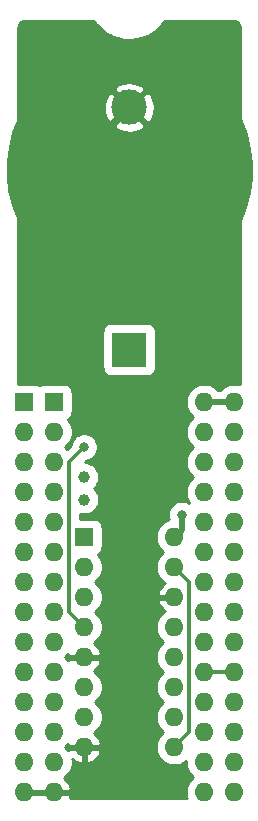
<source format=gbl>
%TF.GenerationSoftware,KiCad,Pcbnew,(5.1.9)-1*%
%TF.CreationDate,2021-04-02T22:01:46+08:00*%
%TF.ProjectId,SmartWatchRedux-E,536d6172-7457-4617-9463-685265647578,rev?*%
%TF.SameCoordinates,Original*%
%TF.FileFunction,Copper,L2,Bot*%
%TF.FilePolarity,Positive*%
%FSLAX46Y46*%
G04 Gerber Fmt 4.6, Leading zero omitted, Abs format (unit mm)*
G04 Created by KiCad (PCBNEW (5.1.9)-1) date 2021-04-02 22:01:46*
%MOMM*%
%LPD*%
G01*
G04 APERTURE LIST*
%TA.AperFunction,ComponentPad*%
%ADD10R,3.000000X3.000000*%
%TD*%
%TA.AperFunction,ComponentPad*%
%ADD11C,3.000000*%
%TD*%
%TA.AperFunction,ComponentPad*%
%ADD12O,1.600000X1.600000*%
%TD*%
%TA.AperFunction,ComponentPad*%
%ADD13R,1.600000X1.600000*%
%TD*%
%TA.AperFunction,ComponentPad*%
%ADD14C,1.000000*%
%TD*%
%TA.AperFunction,ViaPad*%
%ADD15C,0.800000*%
%TD*%
%TA.AperFunction,Conductor*%
%ADD16C,0.350000*%
%TD*%
%TA.AperFunction,Conductor*%
%ADD17C,0.500000*%
%TD*%
%TA.AperFunction,Conductor*%
%ADD18C,0.254000*%
%TD*%
%TA.AperFunction,Conductor*%
%ADD19C,0.100000*%
%TD*%
G04 APERTURE END LIST*
D10*
%TO.P,BAT1,1*%
%TO.N,Net-(BAT1-Pad1)*%
X116840000Y-59055000D03*
D11*
%TO.P,BAT1,2*%
%TO.N,GND*%
X116840000Y-38565000D03*
%TD*%
D12*
%TO.P,CN1,28*%
%TO.N,VCC*%
X123190000Y-63500000D03*
%TO.P,CN1,14*%
%TO.N,GND*%
X107950000Y-96520000D03*
%TO.P,CN1,27*%
%TO.N,Net-(CN1-Pad27)*%
X123190000Y-66040000D03*
%TO.P,CN1,13*%
%TO.N,Net-(CN1-Pad13)*%
X107950000Y-93980000D03*
%TO.P,CN1,26*%
%TO.N,Net-(CN1-Pad26)*%
X123190000Y-68580000D03*
%TO.P,CN1,12*%
%TO.N,Net-(CN1-Pad12)*%
X107950000Y-91440000D03*
%TO.P,CN1,25*%
%TO.N,Net-(CN1-Pad25)*%
X123190000Y-71120000D03*
%TO.P,CN1,11*%
%TO.N,Net-(CN1-Pad11)*%
X107950000Y-88900000D03*
%TO.P,CN1,24*%
%TO.N,Net-(CN1-Pad24)*%
X123190000Y-73660000D03*
%TO.P,CN1,10*%
%TO.N,Net-(CN1-Pad10)*%
X107950000Y-86360000D03*
%TO.P,CN1,23*%
%TO.N,Net-(CN1-Pad23)*%
X123190000Y-76200000D03*
%TO.P,CN1,9*%
%TO.N,Net-(CN1-Pad9)*%
X107950000Y-83820000D03*
%TO.P,CN1,22*%
%TO.N,Net-(CN1-Pad22)*%
X123190000Y-78740000D03*
%TO.P,CN1,8*%
%TO.N,Net-(CN1-Pad8)*%
X107950000Y-81280000D03*
%TO.P,CN1,21*%
%TO.N,Net-(CN1-Pad21)*%
X123190000Y-81280000D03*
%TO.P,CN1,7*%
%TO.N,Net-(CN1-Pad7)*%
X107950000Y-78740000D03*
%TO.P,CN1,20*%
%TO.N,Net-(CN1-Pad20)*%
X123190000Y-83820000D03*
%TO.P,CN1,6*%
%TO.N,Net-(CN1-Pad6)*%
X107950000Y-76200000D03*
%TO.P,CN1,19*%
%TO.N,Net-(CN1-Pad19)*%
X123190000Y-86360000D03*
%TO.P,CN1,5*%
%TO.N,Net-(CN1-Pad5)*%
X107950000Y-73660000D03*
%TO.P,CN1,18*%
%TO.N,Net-(CN1-Pad18)*%
X123190000Y-88900000D03*
%TO.P,CN1,4*%
%TO.N,Net-(CN1-Pad4)*%
X107950000Y-71120000D03*
%TO.P,CN1,17*%
%TO.N,Net-(CN1-Pad17)*%
X123190000Y-91440000D03*
%TO.P,CN1,3*%
%TO.N,Net-(CN1-Pad3)*%
X107950000Y-68580000D03*
%TO.P,CN1,16*%
%TO.N,Net-(CN1-Pad16)*%
X123190000Y-93980000D03*
%TO.P,CN1,2*%
%TO.N,Net-(CN1-Pad2)*%
X107950000Y-66040000D03*
%TO.P,CN1,15*%
%TO.N,Net-(CN1-Pad15)*%
X123190000Y-96520000D03*
D13*
%TO.P,CN1,1*%
%TO.N,Net-(CN1-Pad1)*%
X107950000Y-63500000D03*
%TD*%
D14*
%TO.P,Y1,1*%
%TO.N,/XTAL1*%
X113030000Y-71755000D03*
%TO.P,Y1,2*%
%TO.N,/XTAL2*%
X113030000Y-69855000D03*
%TD*%
D12*
%TO.P,U1,28*%
%TO.N,VCC*%
X125730000Y-63500000D03*
%TO.P,U1,14*%
%TO.N,GND*%
X110490000Y-96520000D03*
%TO.P,U1,27*%
%TO.N,Net-(CN1-Pad27)*%
X125730000Y-66040000D03*
%TO.P,U1,13*%
%TO.N,Net-(CN1-Pad13)*%
X110490000Y-93980000D03*
%TO.P,U1,26*%
%TO.N,Net-(CN1-Pad26)*%
X125730000Y-68580000D03*
%TO.P,U1,12*%
%TO.N,Net-(CN1-Pad12)*%
X110490000Y-91440000D03*
%TO.P,U1,25*%
%TO.N,Net-(CN1-Pad25)*%
X125730000Y-71120000D03*
%TO.P,U1,11*%
%TO.N,Net-(CN1-Pad11)*%
X110490000Y-88900000D03*
%TO.P,U1,24*%
%TO.N,Net-(CN1-Pad24)*%
X125730000Y-73660000D03*
%TO.P,U1,10*%
%TO.N,Net-(CN1-Pad10)*%
X110490000Y-86360000D03*
%TO.P,U1,23*%
%TO.N,Net-(CN1-Pad23)*%
X125730000Y-76200000D03*
%TO.P,U1,9*%
%TO.N,Net-(CN1-Pad9)*%
X110490000Y-83820000D03*
%TO.P,U1,22*%
%TO.N,Net-(CN1-Pad22)*%
X125730000Y-78740000D03*
%TO.P,U1,8*%
%TO.N,Net-(CN1-Pad8)*%
X110490000Y-81280000D03*
%TO.P,U1,21*%
%TO.N,Net-(CN1-Pad21)*%
X125730000Y-81280000D03*
%TO.P,U1,7*%
%TO.N,Net-(CN1-Pad7)*%
X110490000Y-78740000D03*
%TO.P,U1,20*%
%TO.N,Net-(U1-Pad20)*%
X125730000Y-83820000D03*
%TO.P,U1,6*%
%TO.N,Net-(CN1-Pad6)*%
X110490000Y-76200000D03*
%TO.P,U1,19*%
%TO.N,Net-(CN1-Pad19)*%
X125730000Y-86360000D03*
%TO.P,U1,5*%
%TO.N,Net-(CN1-Pad5)*%
X110490000Y-73660000D03*
%TO.P,U1,18*%
%TO.N,Net-(CN1-Pad18)*%
X125730000Y-88900000D03*
%TO.P,U1,4*%
%TO.N,Net-(CN1-Pad4)*%
X110490000Y-71120000D03*
%TO.P,U1,17*%
%TO.N,Net-(CN1-Pad17)*%
X125730000Y-91440000D03*
%TO.P,U1,3*%
%TO.N,Net-(CN1-Pad3)*%
X110490000Y-68580000D03*
%TO.P,U1,16*%
%TO.N,Net-(CN1-Pad16)*%
X125730000Y-93980000D03*
%TO.P,U1,2*%
%TO.N,Net-(CN1-Pad2)*%
X110490000Y-66040000D03*
%TO.P,U1,15*%
%TO.N,Net-(CN1-Pad15)*%
X125730000Y-96520000D03*
D13*
%TO.P,U1,1*%
%TO.N,Net-(CN1-Pad1)*%
X110490000Y-63500000D03*
%TD*%
D12*
%TO.P,U2,16*%
%TO.N,VCC*%
X120650000Y-74930000D03*
%TO.P,U2,8*%
%TO.N,GND*%
X113030000Y-92710000D03*
%TO.P,U2,15*%
%TO.N,Net-(U2-Pad15)*%
X120650000Y-77470000D03*
%TO.P,U2,7*%
%TO.N,Net-(CN1-Pad11)*%
X113030000Y-90170000D03*
%TO.P,U2,14*%
%TO.N,GND*%
X120650000Y-80010000D03*
%TO.P,U2,6*%
%TO.N,Net-(CN1-Pad10)*%
X113030000Y-87630000D03*
%TO.P,U2,13*%
%TO.N,Net-(CN1-Pad1)*%
X120650000Y-82550000D03*
%TO.P,U2,5*%
%TO.N,GND*%
X113030000Y-85090000D03*
%TO.P,U2,12*%
%TO.N,Net-(CN1-Pad22)*%
X120650000Y-85090000D03*
%TO.P,U2,4*%
%TO.N,Net-(BAT1-Pad1)*%
X113030000Y-82550000D03*
%TO.P,U2,11*%
%TO.N,Net-(CN1-Pad20)*%
X120650000Y-87630000D03*
%TO.P,U2,3*%
%TO.N,Net-(CN1-Pad8)*%
X113030000Y-80010000D03*
%TO.P,U2,10*%
%TO.N,Net-(U1-Pad20)*%
X120650000Y-90170000D03*
%TO.P,U2,2*%
%TO.N,/XTAL2*%
X113030000Y-77470000D03*
%TO.P,U2,9*%
%TO.N,Net-(U2-Pad15)*%
X120650000Y-92710000D03*
D13*
%TO.P,U2,1*%
%TO.N,/XTAL1*%
X113030000Y-74930000D03*
%TD*%
D15*
%TO.N,Net-(BAT1-Pad1)*%
X113030000Y-67310000D03*
%TO.N,GND*%
X114935000Y-64770000D03*
X116840000Y-64770000D03*
X118745000Y-64770000D03*
X112395000Y-96520000D03*
X114300000Y-96520000D03*
X116840000Y-73660000D03*
X118745000Y-73660000D03*
X114935000Y-67310000D03*
X116840000Y-42926000D03*
X116840000Y-54356000D03*
X113030000Y-94615000D03*
%TO.N,VCC*%
X121285000Y-73025000D03*
%TD*%
D16*
%TO.N,Net-(BAT1-Pad1)*%
X111760000Y-68580000D02*
X113030000Y-67310000D01*
X111760000Y-81280000D02*
X111760000Y-68580000D01*
X113030000Y-82550000D02*
X111760000Y-81280000D01*
D17*
%TO.N,GND*%
X114300000Y-41105000D02*
X116840000Y-38565000D01*
X116840000Y-42926000D02*
X116840000Y-54356000D01*
X116121000Y-42926000D02*
X114300000Y-41105000D01*
X116840000Y-42926000D02*
X116121000Y-42926000D01*
%TO.N,VCC*%
X123190000Y-63500000D02*
X125730000Y-63500000D01*
X121285000Y-74295000D02*
X120650000Y-74930000D01*
X121285000Y-73025000D02*
X121285000Y-74295000D01*
D16*
%TO.N,Net-(CN1-Pad19)*%
X123190000Y-86360000D02*
X125730000Y-86360000D01*
%TO.N,Net-(U2-Pad15)*%
X121920000Y-91440000D02*
X121920000Y-78740000D01*
X121920000Y-78740000D02*
X120650000Y-77470000D01*
X120650000Y-92710000D02*
X121920000Y-91440000D01*
%TD*%
D18*
%TO.N,GND*%
X114072949Y-31550046D02*
X114120178Y-31603552D01*
X114166607Y-31657654D01*
X114174588Y-31665193D01*
X114174593Y-31665198D01*
X114174598Y-31665202D01*
X114580166Y-32042937D01*
X114636876Y-32086241D01*
X114692939Y-32130302D01*
X114702238Y-32136151D01*
X114702241Y-32136153D01*
X114702244Y-32136154D01*
X115173457Y-32427921D01*
X115237488Y-32459380D01*
X115301052Y-32491719D01*
X115311308Y-32495649D01*
X115311312Y-32495651D01*
X115311315Y-32495652D01*
X115830227Y-32690336D01*
X115899132Y-32708755D01*
X115967784Y-32728136D01*
X115978610Y-32730000D01*
X115978614Y-32730000D01*
X116525459Y-32820187D01*
X116596713Y-32824876D01*
X116667737Y-32830547D01*
X116678712Y-32830272D01*
X116678723Y-32830273D01*
X116678733Y-32830272D01*
X117232671Y-32812526D01*
X117303418Y-32803294D01*
X117374254Y-32795054D01*
X117384969Y-32792653D01*
X117384975Y-32792652D01*
X117384980Y-32792650D01*
X117924928Y-32667646D01*
X117992523Y-32644852D01*
X118060420Y-32623007D01*
X118070471Y-32618567D01*
X118575860Y-32391065D01*
X118637787Y-32355549D01*
X118700100Y-32320959D01*
X118709093Y-32314655D01*
X118709098Y-32314652D01*
X118709102Y-32314648D01*
X119160672Y-31993320D01*
X119214498Y-31946472D01*
X119268931Y-31900416D01*
X119276532Y-31892480D01*
X119657091Y-31489557D01*
X119700769Y-31433177D01*
X119745242Y-31377397D01*
X119751156Y-31368136D01*
X119814759Y-31267000D01*
X125691509Y-31267000D01*
X125823081Y-31279901D01*
X125912620Y-31306935D01*
X125995200Y-31350843D01*
X126067678Y-31409954D01*
X126127297Y-31482021D01*
X126171780Y-31564290D01*
X126199438Y-31653640D01*
X126213001Y-31782684D01*
X126212999Y-39408653D01*
X126224387Y-39524278D01*
X126269389Y-39672628D01*
X126280157Y-39692773D01*
X126705363Y-40849735D01*
X126990150Y-42056406D01*
X127127907Y-43288545D01*
X127116641Y-44528319D01*
X126956515Y-45757760D01*
X126648962Y-46962526D01*
X126281852Y-47934055D01*
X126269389Y-47957371D01*
X126224387Y-48105721D01*
X126212999Y-48221346D01*
X126213001Y-49491346D01*
X126213001Y-62009369D01*
X126185619Y-61998027D01*
X125883844Y-61938000D01*
X125576156Y-61938000D01*
X125274381Y-61998027D01*
X124990115Y-62115773D01*
X124734283Y-62286715D01*
X124532998Y-62488000D01*
X124387002Y-62488000D01*
X124185717Y-62286715D01*
X123929885Y-62115773D01*
X123645619Y-61998027D01*
X123343844Y-61938000D01*
X123036156Y-61938000D01*
X122734381Y-61998027D01*
X122450115Y-62115773D01*
X122194283Y-62286715D01*
X121976715Y-62504283D01*
X121805773Y-62760115D01*
X121688027Y-63044381D01*
X121628000Y-63346156D01*
X121628000Y-63653844D01*
X121688027Y-63955619D01*
X121805773Y-64239885D01*
X121976715Y-64495717D01*
X122194283Y-64713285D01*
X122279163Y-64770000D01*
X122194283Y-64826715D01*
X121976715Y-65044283D01*
X121805773Y-65300115D01*
X121688027Y-65584381D01*
X121628000Y-65886156D01*
X121628000Y-66193844D01*
X121688027Y-66495619D01*
X121805773Y-66779885D01*
X121976715Y-67035717D01*
X122194283Y-67253285D01*
X122279163Y-67310000D01*
X122194283Y-67366715D01*
X121976715Y-67584283D01*
X121805773Y-67840115D01*
X121688027Y-68124381D01*
X121628000Y-68426156D01*
X121628000Y-68733844D01*
X121688027Y-69035619D01*
X121805773Y-69319885D01*
X121976715Y-69575717D01*
X122194283Y-69793285D01*
X122279163Y-69850000D01*
X122194283Y-69906715D01*
X121976715Y-70124283D01*
X121805773Y-70380115D01*
X121688027Y-70664381D01*
X121628000Y-70966156D01*
X121628000Y-71273844D01*
X121688027Y-71575619D01*
X121805773Y-71859885D01*
X121945266Y-72068650D01*
X121835413Y-71995249D01*
X121623943Y-71907655D01*
X121399447Y-71863000D01*
X121170553Y-71863000D01*
X120946057Y-71907655D01*
X120734587Y-71995249D01*
X120544268Y-72122416D01*
X120382416Y-72284268D01*
X120255249Y-72474587D01*
X120167655Y-72686057D01*
X120123000Y-72910553D01*
X120123000Y-73139447D01*
X120167655Y-73363943D01*
X120194226Y-73428091D01*
X119910115Y-73545773D01*
X119654283Y-73716715D01*
X119436715Y-73934283D01*
X119265773Y-74190115D01*
X119148027Y-74474381D01*
X119088000Y-74776156D01*
X119088000Y-75083844D01*
X119148027Y-75385619D01*
X119265773Y-75669885D01*
X119436715Y-75925717D01*
X119654283Y-76143285D01*
X119739163Y-76200000D01*
X119654283Y-76256715D01*
X119436715Y-76474283D01*
X119265773Y-76730115D01*
X119148027Y-77014381D01*
X119088000Y-77316156D01*
X119088000Y-77623844D01*
X119148027Y-77925619D01*
X119265773Y-78209885D01*
X119436715Y-78465717D01*
X119654283Y-78683285D01*
X119858275Y-78819588D01*
X119794869Y-78857615D01*
X119586481Y-79046586D01*
X119418963Y-79272580D01*
X119298754Y-79526913D01*
X119258096Y-79660961D01*
X119380085Y-79883000D01*
X120523000Y-79883000D01*
X120523000Y-79863000D01*
X120777000Y-79863000D01*
X120777000Y-79883000D01*
X120797000Y-79883000D01*
X120797000Y-80137000D01*
X120777000Y-80137000D01*
X120777000Y-80157000D01*
X120523000Y-80157000D01*
X120523000Y-80137000D01*
X119380085Y-80137000D01*
X119258096Y-80359039D01*
X119298754Y-80493087D01*
X119418963Y-80747420D01*
X119586481Y-80973414D01*
X119794869Y-81162385D01*
X119858275Y-81200412D01*
X119654283Y-81336715D01*
X119436715Y-81554283D01*
X119265773Y-81810115D01*
X119148027Y-82094381D01*
X119088000Y-82396156D01*
X119088000Y-82703844D01*
X119148027Y-83005619D01*
X119265773Y-83289885D01*
X119436715Y-83545717D01*
X119654283Y-83763285D01*
X119739163Y-83820000D01*
X119654283Y-83876715D01*
X119436715Y-84094283D01*
X119265773Y-84350115D01*
X119148027Y-84634381D01*
X119088000Y-84936156D01*
X119088000Y-85243844D01*
X119148027Y-85545619D01*
X119265773Y-85829885D01*
X119436715Y-86085717D01*
X119654283Y-86303285D01*
X119739163Y-86360000D01*
X119654283Y-86416715D01*
X119436715Y-86634283D01*
X119265773Y-86890115D01*
X119148027Y-87174381D01*
X119088000Y-87476156D01*
X119088000Y-87783844D01*
X119148027Y-88085619D01*
X119265773Y-88369885D01*
X119436715Y-88625717D01*
X119654283Y-88843285D01*
X119739163Y-88900000D01*
X119654283Y-88956715D01*
X119436715Y-89174283D01*
X119265773Y-89430115D01*
X119148027Y-89714381D01*
X119088000Y-90016156D01*
X119088000Y-90323844D01*
X119148027Y-90625619D01*
X119265773Y-90909885D01*
X119436715Y-91165717D01*
X119654283Y-91383285D01*
X119739163Y-91440000D01*
X119654283Y-91496715D01*
X119436715Y-91714283D01*
X119265773Y-91970115D01*
X119148027Y-92254381D01*
X119088000Y-92556156D01*
X119088000Y-92863844D01*
X119148027Y-93165619D01*
X119265773Y-93449885D01*
X119436715Y-93705717D01*
X119654283Y-93923285D01*
X119910115Y-94094227D01*
X120194381Y-94211973D01*
X120496156Y-94272000D01*
X120803844Y-94272000D01*
X121105619Y-94211973D01*
X121389885Y-94094227D01*
X121628000Y-93935123D01*
X121628000Y-94133844D01*
X121688027Y-94435619D01*
X121805773Y-94719885D01*
X121976715Y-94975717D01*
X122194283Y-95193285D01*
X122279163Y-95250000D01*
X122194283Y-95306715D01*
X121976715Y-95524283D01*
X121805773Y-95780115D01*
X121688027Y-96064381D01*
X121628000Y-96366156D01*
X121628000Y-96673844D01*
X121688027Y-96975619D01*
X121699369Y-97003000D01*
X111841272Y-97003000D01*
X111881904Y-96869039D01*
X111759915Y-96647000D01*
X110617000Y-96647000D01*
X110617000Y-96667000D01*
X110363000Y-96667000D01*
X110363000Y-96647000D01*
X109220085Y-96647000D01*
X109220000Y-96647155D01*
X109219915Y-96647000D01*
X108077000Y-96647000D01*
X108077000Y-96667000D01*
X107823000Y-96667000D01*
X107823000Y-96647000D01*
X107803000Y-96647000D01*
X107803000Y-96393000D01*
X107823000Y-96393000D01*
X107823000Y-96373000D01*
X108077000Y-96373000D01*
X108077000Y-96393000D01*
X109219915Y-96393000D01*
X109220000Y-96392845D01*
X109220085Y-96393000D01*
X110363000Y-96393000D01*
X110363000Y-96373000D01*
X110617000Y-96373000D01*
X110617000Y-96393000D01*
X111759915Y-96393000D01*
X111881904Y-96170961D01*
X111841246Y-96036913D01*
X111721037Y-95782580D01*
X111553519Y-95556586D01*
X111345131Y-95367615D01*
X111281725Y-95329588D01*
X111485717Y-95193285D01*
X111703285Y-94975717D01*
X111874227Y-94719885D01*
X111991973Y-94435619D01*
X112052000Y-94133844D01*
X112052000Y-93826156D01*
X112033752Y-93734417D01*
X112174869Y-93862385D01*
X112416119Y-94007070D01*
X112680960Y-94101909D01*
X112903000Y-93980624D01*
X112903000Y-92837000D01*
X113157000Y-92837000D01*
X113157000Y-93980624D01*
X113379040Y-94101909D01*
X113643881Y-94007070D01*
X113885131Y-93862385D01*
X114093519Y-93673414D01*
X114261037Y-93447420D01*
X114381246Y-93193087D01*
X114421904Y-93059039D01*
X114299915Y-92837000D01*
X113157000Y-92837000D01*
X112903000Y-92837000D01*
X111760085Y-92837000D01*
X111687719Y-92968717D01*
X111485717Y-92766715D01*
X111400837Y-92710000D01*
X111485717Y-92653285D01*
X111687719Y-92451283D01*
X111760085Y-92583000D01*
X112903000Y-92583000D01*
X112903000Y-92563000D01*
X113157000Y-92563000D01*
X113157000Y-92583000D01*
X114299915Y-92583000D01*
X114421904Y-92360961D01*
X114381246Y-92226913D01*
X114261037Y-91972580D01*
X114093519Y-91746586D01*
X113885131Y-91557615D01*
X113821725Y-91519588D01*
X114025717Y-91383285D01*
X114243285Y-91165717D01*
X114414227Y-90909885D01*
X114531973Y-90625619D01*
X114592000Y-90323844D01*
X114592000Y-90016156D01*
X114531973Y-89714381D01*
X114414227Y-89430115D01*
X114243285Y-89174283D01*
X114025717Y-88956715D01*
X113940837Y-88900000D01*
X114025717Y-88843285D01*
X114243285Y-88625717D01*
X114414227Y-88369885D01*
X114531973Y-88085619D01*
X114592000Y-87783844D01*
X114592000Y-87476156D01*
X114531973Y-87174381D01*
X114414227Y-86890115D01*
X114243285Y-86634283D01*
X114025717Y-86416715D01*
X113821725Y-86280412D01*
X113885131Y-86242385D01*
X114093519Y-86053414D01*
X114261037Y-85827420D01*
X114381246Y-85573087D01*
X114421904Y-85439039D01*
X114299915Y-85217000D01*
X113157000Y-85217000D01*
X113157000Y-85237000D01*
X112903000Y-85237000D01*
X112903000Y-85217000D01*
X111760085Y-85217000D01*
X111687719Y-85348717D01*
X111485717Y-85146715D01*
X111400837Y-85090000D01*
X111485717Y-85033285D01*
X111687719Y-84831283D01*
X111760085Y-84963000D01*
X112903000Y-84963000D01*
X112903000Y-84943000D01*
X113157000Y-84943000D01*
X113157000Y-84963000D01*
X114299915Y-84963000D01*
X114421904Y-84740961D01*
X114381246Y-84606913D01*
X114261037Y-84352580D01*
X114093519Y-84126586D01*
X113885131Y-83937615D01*
X113821725Y-83899588D01*
X114025717Y-83763285D01*
X114243285Y-83545717D01*
X114414227Y-83289885D01*
X114531973Y-83005619D01*
X114592000Y-82703844D01*
X114592000Y-82396156D01*
X114531973Y-82094381D01*
X114414227Y-81810115D01*
X114243285Y-81554283D01*
X114025717Y-81336715D01*
X113940837Y-81280000D01*
X114025717Y-81223285D01*
X114243285Y-81005717D01*
X114414227Y-80749885D01*
X114531973Y-80465619D01*
X114592000Y-80163844D01*
X114592000Y-79856156D01*
X114531973Y-79554381D01*
X114414227Y-79270115D01*
X114243285Y-79014283D01*
X114025717Y-78796715D01*
X113940837Y-78740000D01*
X114025717Y-78683285D01*
X114243285Y-78465717D01*
X114414227Y-78209885D01*
X114531973Y-77925619D01*
X114592000Y-77623844D01*
X114592000Y-77316156D01*
X114531973Y-77014381D01*
X114414227Y-76730115D01*
X114243285Y-76474283D01*
X114177357Y-76408355D01*
X114255392Y-76366645D01*
X114371422Y-76271422D01*
X114466645Y-76155392D01*
X114537402Y-76023015D01*
X114580974Y-75879378D01*
X114595686Y-75730000D01*
X114595686Y-74130000D01*
X114580974Y-73980622D01*
X114537402Y-73836985D01*
X114466645Y-73704608D01*
X114371422Y-73588578D01*
X114255392Y-73493355D01*
X114123015Y-73422598D01*
X113979378Y-73379026D01*
X113830000Y-73364314D01*
X112697000Y-73364314D01*
X112697000Y-72975486D01*
X112905704Y-73017000D01*
X113154296Y-73017000D01*
X113398112Y-72968502D01*
X113627781Y-72873370D01*
X113834478Y-72735259D01*
X114010259Y-72559478D01*
X114148370Y-72352781D01*
X114243502Y-72123112D01*
X114292000Y-71879296D01*
X114292000Y-71630704D01*
X114243502Y-71386888D01*
X114148370Y-71157219D01*
X114010259Y-70950522D01*
X113864737Y-70805000D01*
X114010259Y-70659478D01*
X114148370Y-70452781D01*
X114243502Y-70223112D01*
X114292000Y-69979296D01*
X114292000Y-69730704D01*
X114243502Y-69486888D01*
X114148370Y-69257219D01*
X114010259Y-69050522D01*
X113834478Y-68874741D01*
X113627781Y-68736630D01*
X113398112Y-68641498D01*
X113154296Y-68593000D01*
X113072118Y-68593000D01*
X113205203Y-68459915D01*
X113368943Y-68427345D01*
X113580413Y-68339751D01*
X113770732Y-68212584D01*
X113932584Y-68050732D01*
X114059751Y-67860413D01*
X114147345Y-67648943D01*
X114192000Y-67424447D01*
X114192000Y-67195553D01*
X114147345Y-66971057D01*
X114059751Y-66759587D01*
X113932584Y-66569268D01*
X113770732Y-66407416D01*
X113580413Y-66280249D01*
X113368943Y-66192655D01*
X113144447Y-66148000D01*
X112915553Y-66148000D01*
X112691057Y-66192655D01*
X112479587Y-66280249D01*
X112289268Y-66407416D01*
X112127416Y-66569268D01*
X112000249Y-66759587D01*
X111912655Y-66971057D01*
X111880085Y-67134797D01*
X111566942Y-67447940D01*
X111485717Y-67366715D01*
X111400837Y-67310000D01*
X111485717Y-67253285D01*
X111703285Y-67035717D01*
X111874227Y-66779885D01*
X111991973Y-66495619D01*
X112052000Y-66193844D01*
X112052000Y-65886156D01*
X111991973Y-65584381D01*
X111874227Y-65300115D01*
X111703285Y-65044283D01*
X111637357Y-64978355D01*
X111715392Y-64936645D01*
X111831422Y-64841422D01*
X111926645Y-64725392D01*
X111997402Y-64593015D01*
X112040974Y-64449378D01*
X112055686Y-64300000D01*
X112055686Y-62700000D01*
X112040974Y-62550622D01*
X111997402Y-62406985D01*
X111926645Y-62274608D01*
X111831422Y-62158578D01*
X111715392Y-62063355D01*
X111583015Y-61992598D01*
X111439378Y-61949026D01*
X111290000Y-61934314D01*
X109690000Y-61934314D01*
X109540622Y-61949026D01*
X109396985Y-61992598D01*
X109264608Y-62063355D01*
X109220000Y-62099964D01*
X109175392Y-62063355D01*
X109043015Y-61992598D01*
X108899378Y-61949026D01*
X108750000Y-61934314D01*
X107467000Y-61934314D01*
X107467000Y-57555000D01*
X114574314Y-57555000D01*
X114574314Y-60555000D01*
X114589026Y-60704378D01*
X114632598Y-60848015D01*
X114703355Y-60980392D01*
X114798578Y-61096422D01*
X114914608Y-61191645D01*
X115046985Y-61262402D01*
X115190622Y-61305974D01*
X115340000Y-61320686D01*
X118340000Y-61320686D01*
X118489378Y-61305974D01*
X118633015Y-61262402D01*
X118765392Y-61191645D01*
X118881422Y-61096422D01*
X118976645Y-60980392D01*
X119047402Y-60848015D01*
X119090974Y-60704378D01*
X119105686Y-60555000D01*
X119105686Y-57555000D01*
X119090974Y-57405622D01*
X119047402Y-57261985D01*
X118976645Y-57129608D01*
X118881422Y-57013578D01*
X118765392Y-56918355D01*
X118633015Y-56847598D01*
X118489378Y-56804026D01*
X118340000Y-56789314D01*
X115340000Y-56789314D01*
X115190622Y-56804026D01*
X115046985Y-56847598D01*
X114914608Y-56918355D01*
X114798578Y-57013578D01*
X114703355Y-57129608D01*
X114632598Y-57261985D01*
X114589026Y-57405622D01*
X114574314Y-57555000D01*
X107467000Y-57555000D01*
X107467000Y-49491346D01*
X107466999Y-49491337D01*
X107467001Y-48221347D01*
X107455613Y-48105722D01*
X107410611Y-47957372D01*
X107399843Y-47937227D01*
X106974637Y-46780265D01*
X106689850Y-45573594D01*
X106552093Y-44341456D01*
X106563359Y-43101681D01*
X106723485Y-41872241D01*
X107031038Y-40667474D01*
X107261848Y-40056653D01*
X115527952Y-40056653D01*
X115683962Y-40372214D01*
X116058745Y-40563020D01*
X116463551Y-40677044D01*
X116882824Y-40709902D01*
X117300451Y-40660334D01*
X117700383Y-40530243D01*
X117996038Y-40372214D01*
X118152048Y-40056653D01*
X116840000Y-38744605D01*
X115527952Y-40056653D01*
X107261848Y-40056653D01*
X107398152Y-39695939D01*
X107410611Y-39672629D01*
X107455613Y-39524279D01*
X107467001Y-39408654D01*
X107467001Y-38607824D01*
X114695098Y-38607824D01*
X114744666Y-39025451D01*
X114874757Y-39425383D01*
X115032786Y-39721038D01*
X115348347Y-39877048D01*
X116660395Y-38565000D01*
X117019605Y-38565000D01*
X118331653Y-39877048D01*
X118647214Y-39721038D01*
X118838020Y-39346255D01*
X118952044Y-38941449D01*
X118984902Y-38522176D01*
X118935334Y-38104549D01*
X118805243Y-37704617D01*
X118647214Y-37408962D01*
X118331653Y-37252952D01*
X117019605Y-38565000D01*
X116660395Y-38565000D01*
X115348347Y-37252952D01*
X115032786Y-37408962D01*
X114841980Y-37783745D01*
X114727956Y-38188551D01*
X114695098Y-38607824D01*
X107467001Y-38607824D01*
X107467001Y-37073347D01*
X115527952Y-37073347D01*
X116840000Y-38385395D01*
X118152048Y-37073347D01*
X117996038Y-36757786D01*
X117621255Y-36566980D01*
X117216449Y-36452956D01*
X116797176Y-36420098D01*
X116379549Y-36469666D01*
X115979617Y-36599757D01*
X115683962Y-36757786D01*
X115527952Y-37073347D01*
X107467001Y-37073347D01*
X107466999Y-31788501D01*
X107479901Y-31656919D01*
X107506935Y-31567380D01*
X107550843Y-31484800D01*
X107609954Y-31412322D01*
X107682021Y-31352703D01*
X107764290Y-31308220D01*
X107853640Y-31280562D01*
X107982675Y-31267000D01*
X113868547Y-31267000D01*
X114072949Y-31550046D01*
%TA.AperFunction,Conductor*%
D19*
G36*
X114072949Y-31550046D02*
G01*
X114120178Y-31603552D01*
X114166607Y-31657654D01*
X114174588Y-31665193D01*
X114174593Y-31665198D01*
X114174598Y-31665202D01*
X114580166Y-32042937D01*
X114636876Y-32086241D01*
X114692939Y-32130302D01*
X114702238Y-32136151D01*
X114702241Y-32136153D01*
X114702244Y-32136154D01*
X115173457Y-32427921D01*
X115237488Y-32459380D01*
X115301052Y-32491719D01*
X115311308Y-32495649D01*
X115311312Y-32495651D01*
X115311315Y-32495652D01*
X115830227Y-32690336D01*
X115899132Y-32708755D01*
X115967784Y-32728136D01*
X115978610Y-32730000D01*
X115978614Y-32730000D01*
X116525459Y-32820187D01*
X116596713Y-32824876D01*
X116667737Y-32830547D01*
X116678712Y-32830272D01*
X116678723Y-32830273D01*
X116678733Y-32830272D01*
X117232671Y-32812526D01*
X117303418Y-32803294D01*
X117374254Y-32795054D01*
X117384969Y-32792653D01*
X117384975Y-32792652D01*
X117384980Y-32792650D01*
X117924928Y-32667646D01*
X117992523Y-32644852D01*
X118060420Y-32623007D01*
X118070471Y-32618567D01*
X118575860Y-32391065D01*
X118637787Y-32355549D01*
X118700100Y-32320959D01*
X118709093Y-32314655D01*
X118709098Y-32314652D01*
X118709102Y-32314648D01*
X119160672Y-31993320D01*
X119214498Y-31946472D01*
X119268931Y-31900416D01*
X119276532Y-31892480D01*
X119657091Y-31489557D01*
X119700769Y-31433177D01*
X119745242Y-31377397D01*
X119751156Y-31368136D01*
X119814759Y-31267000D01*
X125691509Y-31267000D01*
X125823081Y-31279901D01*
X125912620Y-31306935D01*
X125995200Y-31350843D01*
X126067678Y-31409954D01*
X126127297Y-31482021D01*
X126171780Y-31564290D01*
X126199438Y-31653640D01*
X126213001Y-31782684D01*
X126212999Y-39408653D01*
X126224387Y-39524278D01*
X126269389Y-39672628D01*
X126280157Y-39692773D01*
X126705363Y-40849735D01*
X126990150Y-42056406D01*
X127127907Y-43288545D01*
X127116641Y-44528319D01*
X126956515Y-45757760D01*
X126648962Y-46962526D01*
X126281852Y-47934055D01*
X126269389Y-47957371D01*
X126224387Y-48105721D01*
X126212999Y-48221346D01*
X126213001Y-49491346D01*
X126213001Y-62009369D01*
X126185619Y-61998027D01*
X125883844Y-61938000D01*
X125576156Y-61938000D01*
X125274381Y-61998027D01*
X124990115Y-62115773D01*
X124734283Y-62286715D01*
X124532998Y-62488000D01*
X124387002Y-62488000D01*
X124185717Y-62286715D01*
X123929885Y-62115773D01*
X123645619Y-61998027D01*
X123343844Y-61938000D01*
X123036156Y-61938000D01*
X122734381Y-61998027D01*
X122450115Y-62115773D01*
X122194283Y-62286715D01*
X121976715Y-62504283D01*
X121805773Y-62760115D01*
X121688027Y-63044381D01*
X121628000Y-63346156D01*
X121628000Y-63653844D01*
X121688027Y-63955619D01*
X121805773Y-64239885D01*
X121976715Y-64495717D01*
X122194283Y-64713285D01*
X122279163Y-64770000D01*
X122194283Y-64826715D01*
X121976715Y-65044283D01*
X121805773Y-65300115D01*
X121688027Y-65584381D01*
X121628000Y-65886156D01*
X121628000Y-66193844D01*
X121688027Y-66495619D01*
X121805773Y-66779885D01*
X121976715Y-67035717D01*
X122194283Y-67253285D01*
X122279163Y-67310000D01*
X122194283Y-67366715D01*
X121976715Y-67584283D01*
X121805773Y-67840115D01*
X121688027Y-68124381D01*
X121628000Y-68426156D01*
X121628000Y-68733844D01*
X121688027Y-69035619D01*
X121805773Y-69319885D01*
X121976715Y-69575717D01*
X122194283Y-69793285D01*
X122279163Y-69850000D01*
X122194283Y-69906715D01*
X121976715Y-70124283D01*
X121805773Y-70380115D01*
X121688027Y-70664381D01*
X121628000Y-70966156D01*
X121628000Y-71273844D01*
X121688027Y-71575619D01*
X121805773Y-71859885D01*
X121945266Y-72068650D01*
X121835413Y-71995249D01*
X121623943Y-71907655D01*
X121399447Y-71863000D01*
X121170553Y-71863000D01*
X120946057Y-71907655D01*
X120734587Y-71995249D01*
X120544268Y-72122416D01*
X120382416Y-72284268D01*
X120255249Y-72474587D01*
X120167655Y-72686057D01*
X120123000Y-72910553D01*
X120123000Y-73139447D01*
X120167655Y-73363943D01*
X120194226Y-73428091D01*
X119910115Y-73545773D01*
X119654283Y-73716715D01*
X119436715Y-73934283D01*
X119265773Y-74190115D01*
X119148027Y-74474381D01*
X119088000Y-74776156D01*
X119088000Y-75083844D01*
X119148027Y-75385619D01*
X119265773Y-75669885D01*
X119436715Y-75925717D01*
X119654283Y-76143285D01*
X119739163Y-76200000D01*
X119654283Y-76256715D01*
X119436715Y-76474283D01*
X119265773Y-76730115D01*
X119148027Y-77014381D01*
X119088000Y-77316156D01*
X119088000Y-77623844D01*
X119148027Y-77925619D01*
X119265773Y-78209885D01*
X119436715Y-78465717D01*
X119654283Y-78683285D01*
X119858275Y-78819588D01*
X119794869Y-78857615D01*
X119586481Y-79046586D01*
X119418963Y-79272580D01*
X119298754Y-79526913D01*
X119258096Y-79660961D01*
X119380085Y-79883000D01*
X120523000Y-79883000D01*
X120523000Y-79863000D01*
X120777000Y-79863000D01*
X120777000Y-79883000D01*
X120797000Y-79883000D01*
X120797000Y-80137000D01*
X120777000Y-80137000D01*
X120777000Y-80157000D01*
X120523000Y-80157000D01*
X120523000Y-80137000D01*
X119380085Y-80137000D01*
X119258096Y-80359039D01*
X119298754Y-80493087D01*
X119418963Y-80747420D01*
X119586481Y-80973414D01*
X119794869Y-81162385D01*
X119858275Y-81200412D01*
X119654283Y-81336715D01*
X119436715Y-81554283D01*
X119265773Y-81810115D01*
X119148027Y-82094381D01*
X119088000Y-82396156D01*
X119088000Y-82703844D01*
X119148027Y-83005619D01*
X119265773Y-83289885D01*
X119436715Y-83545717D01*
X119654283Y-83763285D01*
X119739163Y-83820000D01*
X119654283Y-83876715D01*
X119436715Y-84094283D01*
X119265773Y-84350115D01*
X119148027Y-84634381D01*
X119088000Y-84936156D01*
X119088000Y-85243844D01*
X119148027Y-85545619D01*
X119265773Y-85829885D01*
X119436715Y-86085717D01*
X119654283Y-86303285D01*
X119739163Y-86360000D01*
X119654283Y-86416715D01*
X119436715Y-86634283D01*
X119265773Y-86890115D01*
X119148027Y-87174381D01*
X119088000Y-87476156D01*
X119088000Y-87783844D01*
X119148027Y-88085619D01*
X119265773Y-88369885D01*
X119436715Y-88625717D01*
X119654283Y-88843285D01*
X119739163Y-88900000D01*
X119654283Y-88956715D01*
X119436715Y-89174283D01*
X119265773Y-89430115D01*
X119148027Y-89714381D01*
X119088000Y-90016156D01*
X119088000Y-90323844D01*
X119148027Y-90625619D01*
X119265773Y-90909885D01*
X119436715Y-91165717D01*
X119654283Y-91383285D01*
X119739163Y-91440000D01*
X119654283Y-91496715D01*
X119436715Y-91714283D01*
X119265773Y-91970115D01*
X119148027Y-92254381D01*
X119088000Y-92556156D01*
X119088000Y-92863844D01*
X119148027Y-93165619D01*
X119265773Y-93449885D01*
X119436715Y-93705717D01*
X119654283Y-93923285D01*
X119910115Y-94094227D01*
X120194381Y-94211973D01*
X120496156Y-94272000D01*
X120803844Y-94272000D01*
X121105619Y-94211973D01*
X121389885Y-94094227D01*
X121628000Y-93935123D01*
X121628000Y-94133844D01*
X121688027Y-94435619D01*
X121805773Y-94719885D01*
X121976715Y-94975717D01*
X122194283Y-95193285D01*
X122279163Y-95250000D01*
X122194283Y-95306715D01*
X121976715Y-95524283D01*
X121805773Y-95780115D01*
X121688027Y-96064381D01*
X121628000Y-96366156D01*
X121628000Y-96673844D01*
X121688027Y-96975619D01*
X121699369Y-97003000D01*
X111841272Y-97003000D01*
X111881904Y-96869039D01*
X111759915Y-96647000D01*
X110617000Y-96647000D01*
X110617000Y-96667000D01*
X110363000Y-96667000D01*
X110363000Y-96647000D01*
X109220085Y-96647000D01*
X109220000Y-96647155D01*
X109219915Y-96647000D01*
X108077000Y-96647000D01*
X108077000Y-96667000D01*
X107823000Y-96667000D01*
X107823000Y-96647000D01*
X107803000Y-96647000D01*
X107803000Y-96393000D01*
X107823000Y-96393000D01*
X107823000Y-96373000D01*
X108077000Y-96373000D01*
X108077000Y-96393000D01*
X109219915Y-96393000D01*
X109220000Y-96392845D01*
X109220085Y-96393000D01*
X110363000Y-96393000D01*
X110363000Y-96373000D01*
X110617000Y-96373000D01*
X110617000Y-96393000D01*
X111759915Y-96393000D01*
X111881904Y-96170961D01*
X111841246Y-96036913D01*
X111721037Y-95782580D01*
X111553519Y-95556586D01*
X111345131Y-95367615D01*
X111281725Y-95329588D01*
X111485717Y-95193285D01*
X111703285Y-94975717D01*
X111874227Y-94719885D01*
X111991973Y-94435619D01*
X112052000Y-94133844D01*
X112052000Y-93826156D01*
X112033752Y-93734417D01*
X112174869Y-93862385D01*
X112416119Y-94007070D01*
X112680960Y-94101909D01*
X112903000Y-93980624D01*
X112903000Y-92837000D01*
X113157000Y-92837000D01*
X113157000Y-93980624D01*
X113379040Y-94101909D01*
X113643881Y-94007070D01*
X113885131Y-93862385D01*
X114093519Y-93673414D01*
X114261037Y-93447420D01*
X114381246Y-93193087D01*
X114421904Y-93059039D01*
X114299915Y-92837000D01*
X113157000Y-92837000D01*
X112903000Y-92837000D01*
X111760085Y-92837000D01*
X111687719Y-92968717D01*
X111485717Y-92766715D01*
X111400837Y-92710000D01*
X111485717Y-92653285D01*
X111687719Y-92451283D01*
X111760085Y-92583000D01*
X112903000Y-92583000D01*
X112903000Y-92563000D01*
X113157000Y-92563000D01*
X113157000Y-92583000D01*
X114299915Y-92583000D01*
X114421904Y-92360961D01*
X114381246Y-92226913D01*
X114261037Y-91972580D01*
X114093519Y-91746586D01*
X113885131Y-91557615D01*
X113821725Y-91519588D01*
X114025717Y-91383285D01*
X114243285Y-91165717D01*
X114414227Y-90909885D01*
X114531973Y-90625619D01*
X114592000Y-90323844D01*
X114592000Y-90016156D01*
X114531973Y-89714381D01*
X114414227Y-89430115D01*
X114243285Y-89174283D01*
X114025717Y-88956715D01*
X113940837Y-88900000D01*
X114025717Y-88843285D01*
X114243285Y-88625717D01*
X114414227Y-88369885D01*
X114531973Y-88085619D01*
X114592000Y-87783844D01*
X114592000Y-87476156D01*
X114531973Y-87174381D01*
X114414227Y-86890115D01*
X114243285Y-86634283D01*
X114025717Y-86416715D01*
X113821725Y-86280412D01*
X113885131Y-86242385D01*
X114093519Y-86053414D01*
X114261037Y-85827420D01*
X114381246Y-85573087D01*
X114421904Y-85439039D01*
X114299915Y-85217000D01*
X113157000Y-85217000D01*
X113157000Y-85237000D01*
X112903000Y-85237000D01*
X112903000Y-85217000D01*
X111760085Y-85217000D01*
X111687719Y-85348717D01*
X111485717Y-85146715D01*
X111400837Y-85090000D01*
X111485717Y-85033285D01*
X111687719Y-84831283D01*
X111760085Y-84963000D01*
X112903000Y-84963000D01*
X112903000Y-84943000D01*
X113157000Y-84943000D01*
X113157000Y-84963000D01*
X114299915Y-84963000D01*
X114421904Y-84740961D01*
X114381246Y-84606913D01*
X114261037Y-84352580D01*
X114093519Y-84126586D01*
X113885131Y-83937615D01*
X113821725Y-83899588D01*
X114025717Y-83763285D01*
X114243285Y-83545717D01*
X114414227Y-83289885D01*
X114531973Y-83005619D01*
X114592000Y-82703844D01*
X114592000Y-82396156D01*
X114531973Y-82094381D01*
X114414227Y-81810115D01*
X114243285Y-81554283D01*
X114025717Y-81336715D01*
X113940837Y-81280000D01*
X114025717Y-81223285D01*
X114243285Y-81005717D01*
X114414227Y-80749885D01*
X114531973Y-80465619D01*
X114592000Y-80163844D01*
X114592000Y-79856156D01*
X114531973Y-79554381D01*
X114414227Y-79270115D01*
X114243285Y-79014283D01*
X114025717Y-78796715D01*
X113940837Y-78740000D01*
X114025717Y-78683285D01*
X114243285Y-78465717D01*
X114414227Y-78209885D01*
X114531973Y-77925619D01*
X114592000Y-77623844D01*
X114592000Y-77316156D01*
X114531973Y-77014381D01*
X114414227Y-76730115D01*
X114243285Y-76474283D01*
X114177357Y-76408355D01*
X114255392Y-76366645D01*
X114371422Y-76271422D01*
X114466645Y-76155392D01*
X114537402Y-76023015D01*
X114580974Y-75879378D01*
X114595686Y-75730000D01*
X114595686Y-74130000D01*
X114580974Y-73980622D01*
X114537402Y-73836985D01*
X114466645Y-73704608D01*
X114371422Y-73588578D01*
X114255392Y-73493355D01*
X114123015Y-73422598D01*
X113979378Y-73379026D01*
X113830000Y-73364314D01*
X112697000Y-73364314D01*
X112697000Y-72975486D01*
X112905704Y-73017000D01*
X113154296Y-73017000D01*
X113398112Y-72968502D01*
X113627781Y-72873370D01*
X113834478Y-72735259D01*
X114010259Y-72559478D01*
X114148370Y-72352781D01*
X114243502Y-72123112D01*
X114292000Y-71879296D01*
X114292000Y-71630704D01*
X114243502Y-71386888D01*
X114148370Y-71157219D01*
X114010259Y-70950522D01*
X113864737Y-70805000D01*
X114010259Y-70659478D01*
X114148370Y-70452781D01*
X114243502Y-70223112D01*
X114292000Y-69979296D01*
X114292000Y-69730704D01*
X114243502Y-69486888D01*
X114148370Y-69257219D01*
X114010259Y-69050522D01*
X113834478Y-68874741D01*
X113627781Y-68736630D01*
X113398112Y-68641498D01*
X113154296Y-68593000D01*
X113072118Y-68593000D01*
X113205203Y-68459915D01*
X113368943Y-68427345D01*
X113580413Y-68339751D01*
X113770732Y-68212584D01*
X113932584Y-68050732D01*
X114059751Y-67860413D01*
X114147345Y-67648943D01*
X114192000Y-67424447D01*
X114192000Y-67195553D01*
X114147345Y-66971057D01*
X114059751Y-66759587D01*
X113932584Y-66569268D01*
X113770732Y-66407416D01*
X113580413Y-66280249D01*
X113368943Y-66192655D01*
X113144447Y-66148000D01*
X112915553Y-66148000D01*
X112691057Y-66192655D01*
X112479587Y-66280249D01*
X112289268Y-66407416D01*
X112127416Y-66569268D01*
X112000249Y-66759587D01*
X111912655Y-66971057D01*
X111880085Y-67134797D01*
X111566942Y-67447940D01*
X111485717Y-67366715D01*
X111400837Y-67310000D01*
X111485717Y-67253285D01*
X111703285Y-67035717D01*
X111874227Y-66779885D01*
X111991973Y-66495619D01*
X112052000Y-66193844D01*
X112052000Y-65886156D01*
X111991973Y-65584381D01*
X111874227Y-65300115D01*
X111703285Y-65044283D01*
X111637357Y-64978355D01*
X111715392Y-64936645D01*
X111831422Y-64841422D01*
X111926645Y-64725392D01*
X111997402Y-64593015D01*
X112040974Y-64449378D01*
X112055686Y-64300000D01*
X112055686Y-62700000D01*
X112040974Y-62550622D01*
X111997402Y-62406985D01*
X111926645Y-62274608D01*
X111831422Y-62158578D01*
X111715392Y-62063355D01*
X111583015Y-61992598D01*
X111439378Y-61949026D01*
X111290000Y-61934314D01*
X109690000Y-61934314D01*
X109540622Y-61949026D01*
X109396985Y-61992598D01*
X109264608Y-62063355D01*
X109220000Y-62099964D01*
X109175392Y-62063355D01*
X109043015Y-61992598D01*
X108899378Y-61949026D01*
X108750000Y-61934314D01*
X107467000Y-61934314D01*
X107467000Y-57555000D01*
X114574314Y-57555000D01*
X114574314Y-60555000D01*
X114589026Y-60704378D01*
X114632598Y-60848015D01*
X114703355Y-60980392D01*
X114798578Y-61096422D01*
X114914608Y-61191645D01*
X115046985Y-61262402D01*
X115190622Y-61305974D01*
X115340000Y-61320686D01*
X118340000Y-61320686D01*
X118489378Y-61305974D01*
X118633015Y-61262402D01*
X118765392Y-61191645D01*
X118881422Y-61096422D01*
X118976645Y-60980392D01*
X119047402Y-60848015D01*
X119090974Y-60704378D01*
X119105686Y-60555000D01*
X119105686Y-57555000D01*
X119090974Y-57405622D01*
X119047402Y-57261985D01*
X118976645Y-57129608D01*
X118881422Y-57013578D01*
X118765392Y-56918355D01*
X118633015Y-56847598D01*
X118489378Y-56804026D01*
X118340000Y-56789314D01*
X115340000Y-56789314D01*
X115190622Y-56804026D01*
X115046985Y-56847598D01*
X114914608Y-56918355D01*
X114798578Y-57013578D01*
X114703355Y-57129608D01*
X114632598Y-57261985D01*
X114589026Y-57405622D01*
X114574314Y-57555000D01*
X107467000Y-57555000D01*
X107467000Y-49491346D01*
X107466999Y-49491337D01*
X107467001Y-48221347D01*
X107455613Y-48105722D01*
X107410611Y-47957372D01*
X107399843Y-47937227D01*
X106974637Y-46780265D01*
X106689850Y-45573594D01*
X106552093Y-44341456D01*
X106563359Y-43101681D01*
X106723485Y-41872241D01*
X107031038Y-40667474D01*
X107261848Y-40056653D01*
X115527952Y-40056653D01*
X115683962Y-40372214D01*
X116058745Y-40563020D01*
X116463551Y-40677044D01*
X116882824Y-40709902D01*
X117300451Y-40660334D01*
X117700383Y-40530243D01*
X117996038Y-40372214D01*
X118152048Y-40056653D01*
X116840000Y-38744605D01*
X115527952Y-40056653D01*
X107261848Y-40056653D01*
X107398152Y-39695939D01*
X107410611Y-39672629D01*
X107455613Y-39524279D01*
X107467001Y-39408654D01*
X107467001Y-38607824D01*
X114695098Y-38607824D01*
X114744666Y-39025451D01*
X114874757Y-39425383D01*
X115032786Y-39721038D01*
X115348347Y-39877048D01*
X116660395Y-38565000D01*
X117019605Y-38565000D01*
X118331653Y-39877048D01*
X118647214Y-39721038D01*
X118838020Y-39346255D01*
X118952044Y-38941449D01*
X118984902Y-38522176D01*
X118935334Y-38104549D01*
X118805243Y-37704617D01*
X118647214Y-37408962D01*
X118331653Y-37252952D01*
X117019605Y-38565000D01*
X116660395Y-38565000D01*
X115348347Y-37252952D01*
X115032786Y-37408962D01*
X114841980Y-37783745D01*
X114727956Y-38188551D01*
X114695098Y-38607824D01*
X107467001Y-38607824D01*
X107467001Y-37073347D01*
X115527952Y-37073347D01*
X116840000Y-38385395D01*
X118152048Y-37073347D01*
X117996038Y-36757786D01*
X117621255Y-36566980D01*
X117216449Y-36452956D01*
X116797176Y-36420098D01*
X116379549Y-36469666D01*
X115979617Y-36599757D01*
X115683962Y-36757786D01*
X115527952Y-37073347D01*
X107467001Y-37073347D01*
X107466999Y-31788501D01*
X107479901Y-31656919D01*
X107506935Y-31567380D01*
X107550843Y-31484800D01*
X107609954Y-31412322D01*
X107682021Y-31352703D01*
X107764290Y-31308220D01*
X107853640Y-31280562D01*
X107982675Y-31267000D01*
X113868547Y-31267000D01*
X114072949Y-31550046D01*
G37*
%TD.AperFunction*%
%TD*%
M02*

</source>
